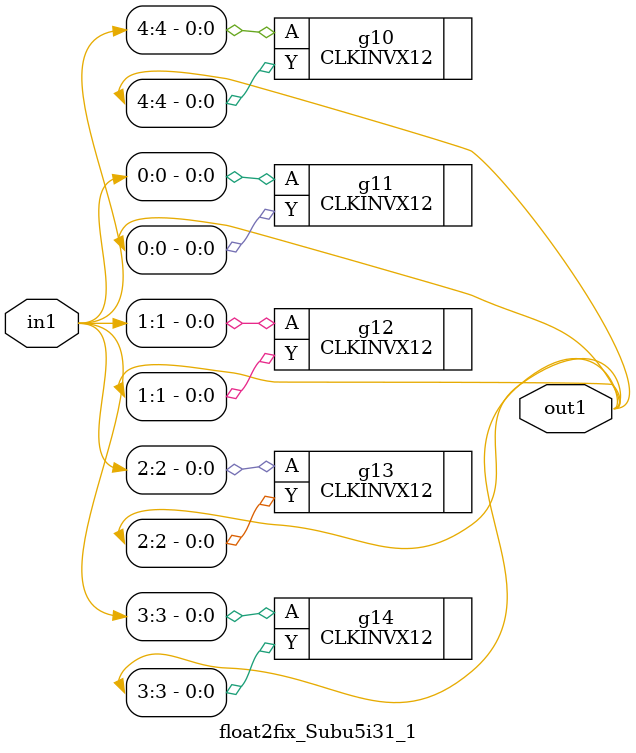
<source format=v>
`timescale 1ps / 1ps


module float2fix_Subu5i31_1(in1, out1);
  input [4:0] in1;
  output [4:0] out1;
  wire [4:0] in1;
  wire [4:0] out1;
  CLKINVX12 g10(.A (in1[4]), .Y (out1[4]));
  CLKINVX12 g14(.A (in1[3]), .Y (out1[3]));
  CLKINVX12 g12(.A (in1[1]), .Y (out1[1]));
  CLKINVX12 g11(.A (in1[0]), .Y (out1[0]));
  CLKINVX12 g13(.A (in1[2]), .Y (out1[2]));
endmodule



</source>
